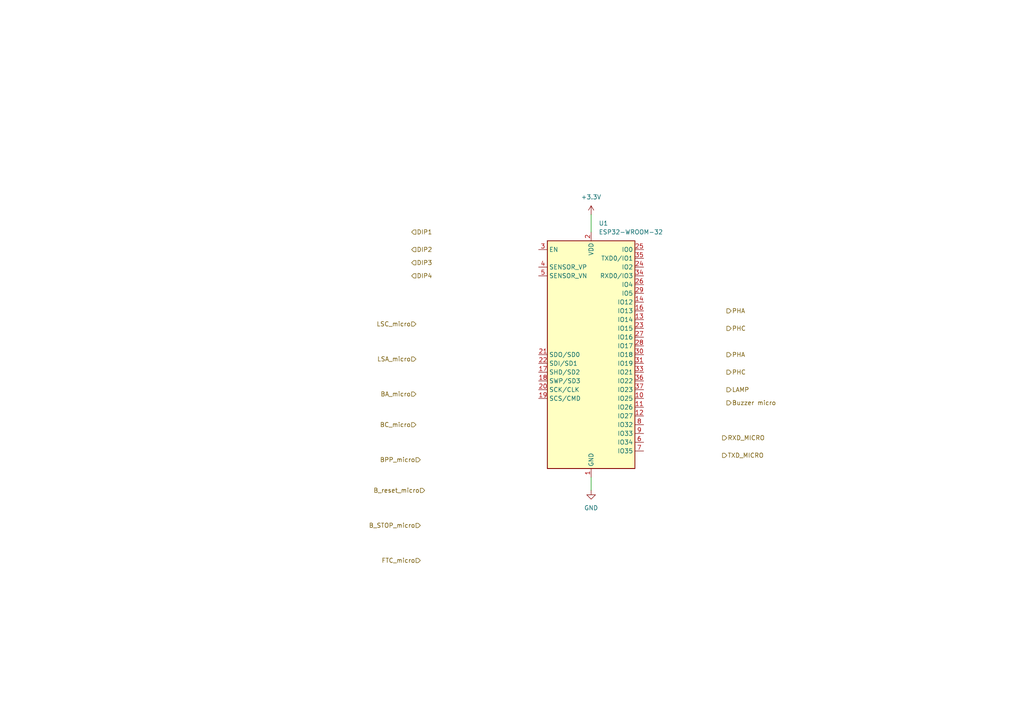
<source format=kicad_sch>
(kicad_sch
	(version 20250114)
	(generator "eeschema")
	(generator_version "9.0")
	(uuid "c391fa56-70bb-4506-b2e3-be7061d0d9fd")
	(paper "A4")
	(lib_symbols
		(symbol "RF_Module:ESP32-WROOM-32"
			(exclude_from_sim no)
			(in_bom yes)
			(on_board yes)
			(property "Reference" "U"
				(at -12.7 34.29 0)
				(effects
					(font
						(size 1.27 1.27)
					)
					(justify left)
				)
			)
			(property "Value" "ESP32-WROOM-32"
				(at 1.27 34.29 0)
				(effects
					(font
						(size 1.27 1.27)
					)
					(justify left)
				)
			)
			(property "Footprint" "RF_Module:ESP32-WROOM-32"
				(at 0 -38.1 0)
				(effects
					(font
						(size 1.27 1.27)
					)
					(hide yes)
				)
			)
			(property "Datasheet" "https://www.espressif.com/sites/default/files/documentation/esp32-wroom-32_datasheet_en.pdf"
				(at -7.62 1.27 0)
				(effects
					(font
						(size 1.27 1.27)
					)
					(hide yes)
				)
			)
			(property "Description" "RF Module, ESP32-D0WDQ6 SoC, Wi-Fi 802.11b/g/n, Bluetooth, BLE, 32-bit, 2.7-3.6V, onboard antenna, SMD"
				(at 0 0 0)
				(effects
					(font
						(size 1.27 1.27)
					)
					(hide yes)
				)
			)
			(property "ki_keywords" "RF Radio BT ESP ESP32 Espressif onboard PCB antenna"
				(at 0 0 0)
				(effects
					(font
						(size 1.27 1.27)
					)
					(hide yes)
				)
			)
			(property "ki_fp_filters" "ESP32?WROOM?32*"
				(at 0 0 0)
				(effects
					(font
						(size 1.27 1.27)
					)
					(hide yes)
				)
			)
			(symbol "ESP32-WROOM-32_0_1"
				(rectangle
					(start -12.7 33.02)
					(end 12.7 -33.02)
					(stroke
						(width 0.254)
						(type default)
					)
					(fill
						(type background)
					)
				)
			)
			(symbol "ESP32-WROOM-32_1_1"
				(pin input line
					(at -15.24 30.48 0)
					(length 2.54)
					(name "EN"
						(effects
							(font
								(size 1.27 1.27)
							)
						)
					)
					(number "3"
						(effects
							(font
								(size 1.27 1.27)
							)
						)
					)
				)
				(pin input line
					(at -15.24 25.4 0)
					(length 2.54)
					(name "SENSOR_VP"
						(effects
							(font
								(size 1.27 1.27)
							)
						)
					)
					(number "4"
						(effects
							(font
								(size 1.27 1.27)
							)
						)
					)
				)
				(pin input line
					(at -15.24 22.86 0)
					(length 2.54)
					(name "SENSOR_VN"
						(effects
							(font
								(size 1.27 1.27)
							)
						)
					)
					(number "5"
						(effects
							(font
								(size 1.27 1.27)
							)
						)
					)
				)
				(pin bidirectional line
					(at -15.24 0 0)
					(length 2.54)
					(name "SDO/SD0"
						(effects
							(font
								(size 1.27 1.27)
							)
						)
					)
					(number "21"
						(effects
							(font
								(size 1.27 1.27)
							)
						)
					)
				)
				(pin bidirectional line
					(at -15.24 -2.54 0)
					(length 2.54)
					(name "SDI/SD1"
						(effects
							(font
								(size 1.27 1.27)
							)
						)
					)
					(number "22"
						(effects
							(font
								(size 1.27 1.27)
							)
						)
					)
				)
				(pin bidirectional line
					(at -15.24 -5.08 0)
					(length 2.54)
					(name "SHD/SD2"
						(effects
							(font
								(size 1.27 1.27)
							)
						)
					)
					(number "17"
						(effects
							(font
								(size 1.27 1.27)
							)
						)
					)
				)
				(pin bidirectional line
					(at -15.24 -7.62 0)
					(length 2.54)
					(name "SWP/SD3"
						(effects
							(font
								(size 1.27 1.27)
							)
						)
					)
					(number "18"
						(effects
							(font
								(size 1.27 1.27)
							)
						)
					)
				)
				(pin bidirectional line
					(at -15.24 -10.16 0)
					(length 2.54)
					(name "SCK/CLK"
						(effects
							(font
								(size 1.27 1.27)
							)
						)
					)
					(number "20"
						(effects
							(font
								(size 1.27 1.27)
							)
						)
					)
				)
				(pin bidirectional line
					(at -15.24 -12.7 0)
					(length 2.54)
					(name "SCS/CMD"
						(effects
							(font
								(size 1.27 1.27)
							)
						)
					)
					(number "19"
						(effects
							(font
								(size 1.27 1.27)
							)
						)
					)
				)
				(pin no_connect line
					(at -12.7 -27.94 0)
					(length 2.54)
					(hide yes)
					(name "NC"
						(effects
							(font
								(size 1.27 1.27)
							)
						)
					)
					(number "32"
						(effects
							(font
								(size 1.27 1.27)
							)
						)
					)
				)
				(pin power_in line
					(at 0 35.56 270)
					(length 2.54)
					(name "VDD"
						(effects
							(font
								(size 1.27 1.27)
							)
						)
					)
					(number "2"
						(effects
							(font
								(size 1.27 1.27)
							)
						)
					)
				)
				(pin power_in line
					(at 0 -35.56 90)
					(length 2.54)
					(name "GND"
						(effects
							(font
								(size 1.27 1.27)
							)
						)
					)
					(number "1"
						(effects
							(font
								(size 1.27 1.27)
							)
						)
					)
				)
				(pin passive line
					(at 0 -35.56 90)
					(length 2.54)
					(hide yes)
					(name "GND"
						(effects
							(font
								(size 1.27 1.27)
							)
						)
					)
					(number "15"
						(effects
							(font
								(size 1.27 1.27)
							)
						)
					)
				)
				(pin passive line
					(at 0 -35.56 90)
					(length 2.54)
					(hide yes)
					(name "GND"
						(effects
							(font
								(size 1.27 1.27)
							)
						)
					)
					(number "38"
						(effects
							(font
								(size 1.27 1.27)
							)
						)
					)
				)
				(pin passive line
					(at 0 -35.56 90)
					(length 2.54)
					(hide yes)
					(name "GND"
						(effects
							(font
								(size 1.27 1.27)
							)
						)
					)
					(number "39"
						(effects
							(font
								(size 1.27 1.27)
							)
						)
					)
				)
				(pin bidirectional line
					(at 15.24 30.48 180)
					(length 2.54)
					(name "IO0"
						(effects
							(font
								(size 1.27 1.27)
							)
						)
					)
					(number "25"
						(effects
							(font
								(size 1.27 1.27)
							)
						)
					)
				)
				(pin bidirectional line
					(at 15.24 27.94 180)
					(length 2.54)
					(name "TXD0/IO1"
						(effects
							(font
								(size 1.27 1.27)
							)
						)
					)
					(number "35"
						(effects
							(font
								(size 1.27 1.27)
							)
						)
					)
				)
				(pin bidirectional line
					(at 15.24 25.4 180)
					(length 2.54)
					(name "IO2"
						(effects
							(font
								(size 1.27 1.27)
							)
						)
					)
					(number "24"
						(effects
							(font
								(size 1.27 1.27)
							)
						)
					)
				)
				(pin bidirectional line
					(at 15.24 22.86 180)
					(length 2.54)
					(name "RXD0/IO3"
						(effects
							(font
								(size 1.27 1.27)
							)
						)
					)
					(number "34"
						(effects
							(font
								(size 1.27 1.27)
							)
						)
					)
				)
				(pin bidirectional line
					(at 15.24 20.32 180)
					(length 2.54)
					(name "IO4"
						(effects
							(font
								(size 1.27 1.27)
							)
						)
					)
					(number "26"
						(effects
							(font
								(size 1.27 1.27)
							)
						)
					)
				)
				(pin bidirectional line
					(at 15.24 17.78 180)
					(length 2.54)
					(name "IO5"
						(effects
							(font
								(size 1.27 1.27)
							)
						)
					)
					(number "29"
						(effects
							(font
								(size 1.27 1.27)
							)
						)
					)
				)
				(pin bidirectional line
					(at 15.24 15.24 180)
					(length 2.54)
					(name "IO12"
						(effects
							(font
								(size 1.27 1.27)
							)
						)
					)
					(number "14"
						(effects
							(font
								(size 1.27 1.27)
							)
						)
					)
				)
				(pin bidirectional line
					(at 15.24 12.7 180)
					(length 2.54)
					(name "IO13"
						(effects
							(font
								(size 1.27 1.27)
							)
						)
					)
					(number "16"
						(effects
							(font
								(size 1.27 1.27)
							)
						)
					)
				)
				(pin bidirectional line
					(at 15.24 10.16 180)
					(length 2.54)
					(name "IO14"
						(effects
							(font
								(size 1.27 1.27)
							)
						)
					)
					(number "13"
						(effects
							(font
								(size 1.27 1.27)
							)
						)
					)
				)
				(pin bidirectional line
					(at 15.24 7.62 180)
					(length 2.54)
					(name "IO15"
						(effects
							(font
								(size 1.27 1.27)
							)
						)
					)
					(number "23"
						(effects
							(font
								(size 1.27 1.27)
							)
						)
					)
				)
				(pin bidirectional line
					(at 15.24 5.08 180)
					(length 2.54)
					(name "IO16"
						(effects
							(font
								(size 1.27 1.27)
							)
						)
					)
					(number "27"
						(effects
							(font
								(size 1.27 1.27)
							)
						)
					)
				)
				(pin bidirectional line
					(at 15.24 2.54 180)
					(length 2.54)
					(name "IO17"
						(effects
							(font
								(size 1.27 1.27)
							)
						)
					)
					(number "28"
						(effects
							(font
								(size 1.27 1.27)
							)
						)
					)
				)
				(pin bidirectional line
					(at 15.24 0 180)
					(length 2.54)
					(name "IO18"
						(effects
							(font
								(size 1.27 1.27)
							)
						)
					)
					(number "30"
						(effects
							(font
								(size 1.27 1.27)
							)
						)
					)
				)
				(pin bidirectional line
					(at 15.24 -2.54 180)
					(length 2.54)
					(name "IO19"
						(effects
							(font
								(size 1.27 1.27)
							)
						)
					)
					(number "31"
						(effects
							(font
								(size 1.27 1.27)
							)
						)
					)
				)
				(pin bidirectional line
					(at 15.24 -5.08 180)
					(length 2.54)
					(name "IO21"
						(effects
							(font
								(size 1.27 1.27)
							)
						)
					)
					(number "33"
						(effects
							(font
								(size 1.27 1.27)
							)
						)
					)
				)
				(pin bidirectional line
					(at 15.24 -7.62 180)
					(length 2.54)
					(name "IO22"
						(effects
							(font
								(size 1.27 1.27)
							)
						)
					)
					(number "36"
						(effects
							(font
								(size 1.27 1.27)
							)
						)
					)
				)
				(pin bidirectional line
					(at 15.24 -10.16 180)
					(length 2.54)
					(name "IO23"
						(effects
							(font
								(size 1.27 1.27)
							)
						)
					)
					(number "37"
						(effects
							(font
								(size 1.27 1.27)
							)
						)
					)
				)
				(pin bidirectional line
					(at 15.24 -12.7 180)
					(length 2.54)
					(name "IO25"
						(effects
							(font
								(size 1.27 1.27)
							)
						)
					)
					(number "10"
						(effects
							(font
								(size 1.27 1.27)
							)
						)
					)
				)
				(pin bidirectional line
					(at 15.24 -15.24 180)
					(length 2.54)
					(name "IO26"
						(effects
							(font
								(size 1.27 1.27)
							)
						)
					)
					(number "11"
						(effects
							(font
								(size 1.27 1.27)
							)
						)
					)
				)
				(pin bidirectional line
					(at 15.24 -17.78 180)
					(length 2.54)
					(name "IO27"
						(effects
							(font
								(size 1.27 1.27)
							)
						)
					)
					(number "12"
						(effects
							(font
								(size 1.27 1.27)
							)
						)
					)
				)
				(pin bidirectional line
					(at 15.24 -20.32 180)
					(length 2.54)
					(name "IO32"
						(effects
							(font
								(size 1.27 1.27)
							)
						)
					)
					(number "8"
						(effects
							(font
								(size 1.27 1.27)
							)
						)
					)
				)
				(pin bidirectional line
					(at 15.24 -22.86 180)
					(length 2.54)
					(name "IO33"
						(effects
							(font
								(size 1.27 1.27)
							)
						)
					)
					(number "9"
						(effects
							(font
								(size 1.27 1.27)
							)
						)
					)
				)
				(pin input line
					(at 15.24 -25.4 180)
					(length 2.54)
					(name "IO34"
						(effects
							(font
								(size 1.27 1.27)
							)
						)
					)
					(number "6"
						(effects
							(font
								(size 1.27 1.27)
							)
						)
					)
				)
				(pin input line
					(at 15.24 -27.94 180)
					(length 2.54)
					(name "IO35"
						(effects
							(font
								(size 1.27 1.27)
							)
						)
					)
					(number "7"
						(effects
							(font
								(size 1.27 1.27)
							)
						)
					)
				)
			)
			(embedded_fonts no)
		)
		(symbol "power:+3.3V"
			(power)
			(pin_numbers
				(hide yes)
			)
			(pin_names
				(offset 0)
				(hide yes)
			)
			(exclude_from_sim no)
			(in_bom yes)
			(on_board yes)
			(property "Reference" "#PWR"
				(at 0 -3.81 0)
				(effects
					(font
						(size 1.27 1.27)
					)
					(hide yes)
				)
			)
			(property "Value" "+3.3V"
				(at 0 3.556 0)
				(effects
					(font
						(size 1.27 1.27)
					)
				)
			)
			(property "Footprint" ""
				(at 0 0 0)
				(effects
					(font
						(size 1.27 1.27)
					)
					(hide yes)
				)
			)
			(property "Datasheet" ""
				(at 0 0 0)
				(effects
					(font
						(size 1.27 1.27)
					)
					(hide yes)
				)
			)
			(property "Description" "Power symbol creates a global label with name \"+3.3V\""
				(at 0 0 0)
				(effects
					(font
						(size 1.27 1.27)
					)
					(hide yes)
				)
			)
			(property "ki_keywords" "global power"
				(at 0 0 0)
				(effects
					(font
						(size 1.27 1.27)
					)
					(hide yes)
				)
			)
			(symbol "+3.3V_0_1"
				(polyline
					(pts
						(xy -0.762 1.27) (xy 0 2.54)
					)
					(stroke
						(width 0)
						(type default)
					)
					(fill
						(type none)
					)
				)
				(polyline
					(pts
						(xy 0 2.54) (xy 0.762 1.27)
					)
					(stroke
						(width 0)
						(type default)
					)
					(fill
						(type none)
					)
				)
				(polyline
					(pts
						(xy 0 0) (xy 0 2.54)
					)
					(stroke
						(width 0)
						(type default)
					)
					(fill
						(type none)
					)
				)
			)
			(symbol "+3.3V_1_1"
				(pin power_in line
					(at 0 0 90)
					(length 0)
					(name "~"
						(effects
							(font
								(size 1.27 1.27)
							)
						)
					)
					(number "1"
						(effects
							(font
								(size 1.27 1.27)
							)
						)
					)
				)
			)
			(embedded_fonts no)
		)
		(symbol "power:GND"
			(power)
			(pin_numbers
				(hide yes)
			)
			(pin_names
				(offset 0)
				(hide yes)
			)
			(exclude_from_sim no)
			(in_bom yes)
			(on_board yes)
			(property "Reference" "#PWR"
				(at 0 -6.35 0)
				(effects
					(font
						(size 1.27 1.27)
					)
					(hide yes)
				)
			)
			(property "Value" "GND"
				(at 0 -3.81 0)
				(effects
					(font
						(size 1.27 1.27)
					)
				)
			)
			(property "Footprint" ""
				(at 0 0 0)
				(effects
					(font
						(size 1.27 1.27)
					)
					(hide yes)
				)
			)
			(property "Datasheet" ""
				(at 0 0 0)
				(effects
					(font
						(size 1.27 1.27)
					)
					(hide yes)
				)
			)
			(property "Description" "Power symbol creates a global label with name \"GND\" , ground"
				(at 0 0 0)
				(effects
					(font
						(size 1.27 1.27)
					)
					(hide yes)
				)
			)
			(property "ki_keywords" "global power"
				(at 0 0 0)
				(effects
					(font
						(size 1.27 1.27)
					)
					(hide yes)
				)
			)
			(symbol "GND_0_1"
				(polyline
					(pts
						(xy 0 0) (xy 0 -1.27) (xy 1.27 -1.27) (xy 0 -2.54) (xy -1.27 -1.27) (xy 0 -1.27)
					)
					(stroke
						(width 0)
						(type default)
					)
					(fill
						(type none)
					)
				)
			)
			(symbol "GND_1_1"
				(pin power_in line
					(at 0 0 270)
					(length 0)
					(name "~"
						(effects
							(font
								(size 1.27 1.27)
							)
						)
					)
					(number "1"
						(effects
							(font
								(size 1.27 1.27)
							)
						)
					)
				)
			)
			(embedded_fonts no)
		)
	)
	(wire
		(pts
			(xy 171.45 62.23) (xy 171.45 67.31)
		)
		(stroke
			(width 0)
			(type default)
		)
		(uuid "08639b20-21a4-4aa9-b0bc-ad65be8f172e")
	)
	(wire
		(pts
			(xy 171.45 138.43) (xy 171.45 142.24)
		)
		(stroke
			(width 0)
			(type default)
		)
		(uuid "17b1f353-9bc1-4a9d-a95f-97db525a94e5")
	)
	(hierarchical_label "B­_STOP_micro"
		(shape input)
		(at 121.92 152.4 180)
		(effects
			(font
				(size 1.27 1.27)
			)
			(justify right)
		)
		(uuid "178b4dc0-e5b0-492e-afca-fe3a7bab8159")
	)
	(hierarchical_label "PHA"
		(shape output)
		(at 210.82 102.87 0)
		(effects
			(font
				(size 1.27 1.27)
			)
			(justify left)
		)
		(uuid "17c4fc09-2250-4868-a088-57857abe4ba1")
	)
	(hierarchical_label "DIP1"
		(shape input)
		(at 119.38 67.31 0)
		(effects
			(font
				(size 1.27 1.27)
			)
			(justify left)
		)
		(uuid "2416cdae-1899-4cda-873f-ffdac88ec75e")
	)
	(hierarchical_label "LSA_micro"
		(shape input)
		(at 120.65 104.14 180)
		(effects
			(font
				(size 1.27 1.27)
			)
			(justify right)
		)
		(uuid "4b04a197-3979-48cc-a40a-107f2b47713f")
	)
	(hierarchical_label "LAMP"
		(shape output)
		(at 210.82 113.03 0)
		(effects
			(font
				(size 1.27 1.27)
			)
			(justify left)
		)
		(uuid "5f0fc29d-49ae-4efe-a018-4d129e1125a7")
	)
	(hierarchical_label "DIP3"
		(shape input)
		(at 119.38 76.2 0)
		(effects
			(font
				(size 1.27 1.27)
			)
			(justify left)
		)
		(uuid "63190be9-01af-4a7b-9926-a110d1a8fb25")
	)
	(hierarchical_label "Buzzer micro"
		(shape output)
		(at 210.82 116.84 0)
		(effects
			(font
				(size 1.27 1.27)
			)
			(justify left)
		)
		(uuid "65d0ed5b-7530-4b02-8c22-1b233b96e04b")
	)
	(hierarchical_label "PHA"
		(shape output)
		(at 210.82 90.17 0)
		(effects
			(font
				(size 1.27 1.27)
			)
			(justify left)
		)
		(uuid "73c6a6f1-4666-4853-b8b4-0617f95a8622")
	)
	(hierarchical_label "PHC"
		(shape output)
		(at 210.82 95.25 0)
		(effects
			(font
				(size 1.27 1.27)
			)
			(justify left)
		)
		(uuid "7bc91604-3005-456e-85cd-de80ddb34b4f")
	)
	(hierarchical_label "BA_micro"
		(shape input)
		(at 120.65 114.3 180)
		(effects
			(font
				(size 1.27 1.27)
			)
			(justify right)
		)
		(uuid "7faab832-a538-4a35-bbc3-487809f2efd6")
	)
	(hierarchical_label "TXD_MICRO"
		(shape output)
		(at 209.55 132.08 0)
		(effects
			(font
				(size 1.27 1.27)
			)
			(justify left)
		)
		(uuid "8e3c4849-23bc-4e04-b781-34173d5ce7aa")
	)
	(hierarchical_label "LSC_micro"
		(shape input)
		(at 120.65 93.98 180)
		(effects
			(font
				(size 1.27 1.27)
			)
			(justify right)
		)
		(uuid "90642086-e839-4c21-87c2-c7372c23c966")
	)
	(hierarchical_label "BPP_micro"
		(shape input)
		(at 121.92 133.35 180)
		(effects
			(font
				(size 1.27 1.27)
			)
			(justify right)
		)
		(uuid "98df70d5-5275-413b-b3d3-ad8e4d0d1de1")
	)
	(hierarchical_label "PHC"
		(shape output)
		(at 210.82 107.95 0)
		(effects
			(font
				(size 1.27 1.27)
			)
			(justify left)
		)
		(uuid "9e7a5d1e-dd2d-4537-9d17-d67aed455458")
	)
	(hierarchical_label "DIP2"
		(shape input)
		(at 119.38 72.39 0)
		(effects
			(font
				(size 1.27 1.27)
			)
			(justify left)
		)
		(uuid "a4295a92-61ad-46f1-80da-cc7b68bad3d3")
	)
	(hierarchical_label "RXD_MICRO"
		(shape output)
		(at 209.55 127 0)
		(effects
			(font
				(size 1.27 1.27)
			)
			(justify left)
		)
		(uuid "ae5ed875-d324-4e07-9ff4-ad4c6439f0d8")
	)
	(hierarchical_label "BC_micro"
		(shape input)
		(at 120.65 123.19 180)
		(effects
			(font
				(size 1.27 1.27)
			)
			(justify right)
		)
		(uuid "c85310f1-2746-46e1-be29-ebb811a59a75")
	)
	(hierarchical_label "DIP4"
		(shape input)
		(at 119.38 80.01 0)
		(effects
			(font
				(size 1.27 1.27)
			)
			(justify left)
		)
		(uuid "dd1758c3-bd01-4e44-b409-0db0a71f7b2b")
	)
	(hierarchical_label "FTC_micro"
		(shape input)
		(at 121.92 162.56 180)
		(effects
			(font
				(size 1.27 1.27)
			)
			(justify right)
		)
		(uuid "edadb62d-dfc4-4537-8dfc-94c3afff72f1")
	)
	(hierarchical_label "B­_reset_micro"
		(shape input)
		(at 123.19 142.24 180)
		(effects
			(font
				(size 1.27 1.27)
			)
			(justify right)
		)
		(uuid "ee786a14-f0a1-40e8-8f81-b1b814176148")
	)
	(symbol
		(lib_id "power:+3.3V")
		(at 171.45 62.23 0)
		(unit 1)
		(exclude_from_sim no)
		(in_bom yes)
		(on_board yes)
		(dnp no)
		(fields_autoplaced yes)
		(uuid "433dc375-2b07-4ac0-943e-20b1d9e0984f")
		(property "Reference" "#PWR010"
			(at 171.45 66.04 0)
			(effects
				(font
					(size 1.27 1.27)
				)
				(hide yes)
			)
		)
		(property "Value" "+3.3V"
			(at 171.45 57.15 0)
			(effects
				(font
					(size 1.27 1.27)
				)
			)
		)
		(property "Footprint" ""
			(at 171.45 62.23 0)
			(effects
				(font
					(size 1.27 1.27)
				)
				(hide yes)
			)
		)
		(property "Datasheet" ""
			(at 171.45 62.23 0)
			(effects
				(font
					(size 1.27 1.27)
				)
				(hide yes)
			)
		)
		(property "Description" "Power symbol creates a global label with name \"+3.3V\""
			(at 171.45 62.23 0)
			(effects
				(font
					(size 1.27 1.27)
				)
				(hide yes)
			)
		)
		(pin "1"
			(uuid "d62f2636-6b95-42b5-8b87-a6063fe1e896")
		)
		(instances
			(project ""
				(path "/da1145e1-2c07-4dac-8610-a797132a4086/8b49da45-845a-4e7e-a7fe-429c55383e8c/a415f85b-1d72-4228-a43b-54bc1c97356d"
					(reference "#PWR010")
					(unit 1)
				)
			)
		)
	)
	(symbol
		(lib_id "RF_Module:ESP32-WROOM-32")
		(at 171.45 102.87 0)
		(unit 1)
		(exclude_from_sim no)
		(in_bom yes)
		(on_board yes)
		(dnp no)
		(fields_autoplaced yes)
		(uuid "80b31136-9f19-43dc-86cc-f2258e93a320")
		(property "Reference" "U1"
			(at 173.6441 64.77 0)
			(effects
				(font
					(size 1.27 1.27)
				)
				(justify left)
			)
		)
		(property "Value" "ESP32-WROOM-32"
			(at 173.6441 67.31 0)
			(effects
				(font
					(size 1.27 1.27)
				)
				(justify left)
			)
		)
		(property "Footprint" "RF_Module:ESP32-WROOM-32"
			(at 171.45 140.97 0)
			(effects
				(font
					(size 1.27 1.27)
				)
				(hide yes)
			)
		)
		(property "Datasheet" "https://www.espressif.com/sites/default/files/documentation/esp32-wroom-32_datasheet_en.pdf"
			(at 163.83 101.6 0)
			(effects
				(font
					(size 1.27 1.27)
				)
				(hide yes)
			)
		)
		(property "Description" "RF Module, ESP32-D0WDQ6 SoC, Wi-Fi 802.11b/g/n, Bluetooth, BLE, 32-bit, 2.7-3.6V, onboard antenna, SMD"
			(at 171.45 102.87 0)
			(effects
				(font
					(size 1.27 1.27)
				)
				(hide yes)
			)
		)
		(pin "38"
			(uuid "5d0ae04e-d2c3-4dab-b1ca-f319bc13aef0")
		)
		(pin "5"
			(uuid "25503cd3-d72c-438e-8d35-1061f8c974ec")
		)
		(pin "15"
			(uuid "ffa2a5a6-f8a0-4ed0-8e77-61be20e243ac")
		)
		(pin "22"
			(uuid "0fd1539d-23d5-4e55-b3bc-7397d44c20ac")
		)
		(pin "18"
			(uuid "59e3bba5-a67c-4fc9-b06e-2a4c70f3c56a")
		)
		(pin "28"
			(uuid "2e968181-73fe-4212-a8ce-539b8e97e3b1")
		)
		(pin "1"
			(uuid "e28472ce-51ae-48ab-be2d-f6b14509cff5")
		)
		(pin "25"
			(uuid "64c5e579-fced-49ec-84b5-ef1d2650cf7f")
		)
		(pin "26"
			(uuid "e83575eb-89fe-4029-8d41-d1fe41d013f7")
		)
		(pin "33"
			(uuid "d3a3b855-1102-4883-80c7-7a8ba871d776")
		)
		(pin "16"
			(uuid "14d973ed-5ee3-4cde-a04c-1c10c2c6e30a")
		)
		(pin "35"
			(uuid "2c6219a7-37c9-4972-bb3c-baecaf015663")
		)
		(pin "12"
			(uuid "3961ee97-6859-4281-a9a1-3a07e3c357cd")
		)
		(pin "17"
			(uuid "6f9cc2ca-1427-4e57-9e54-704e7618ad3c")
		)
		(pin "19"
			(uuid "5cc8c894-5d8a-420d-a2ac-ff8dd1db2f42")
		)
		(pin "20"
			(uuid "eb435d17-9d0b-4b7a-9c4c-c3e7cb6593ae")
		)
		(pin "34"
			(uuid "b1b3abc9-abef-4fa4-9bfd-22186fdd64d9")
		)
		(pin "3"
			(uuid "d316dadc-8d4c-4b64-98bc-9c8434953133")
		)
		(pin "24"
			(uuid "f3afff4f-7c48-406c-b6bc-d3dba8ee1b68")
		)
		(pin "37"
			(uuid "845a64c8-ae98-4ad7-a9ab-1ed4f7139609")
		)
		(pin "23"
			(uuid "39f0e242-82da-4a2c-9320-9bb086e2a83a")
		)
		(pin "11"
			(uuid "97de978d-4569-4120-8163-6f83ff3e70e4")
		)
		(pin "13"
			(uuid "50f82caf-4259-49d1-92df-5fac40d0c199")
		)
		(pin "2"
			(uuid "35cb2ec4-58e2-43ea-aea1-0ee907112e7d")
		)
		(pin "21"
			(uuid "464d13e1-9c10-4803-97a2-7ff30182ca83")
		)
		(pin "32"
			(uuid "e0b7a619-3f48-4b73-86b4-d517455c672d")
		)
		(pin "39"
			(uuid "51c110bc-21d8-4543-86a6-70083633a9a9")
		)
		(pin "8"
			(uuid "4ce4b40e-ab46-4b96-9f38-ae17341ecff3")
		)
		(pin "29"
			(uuid "3e60b10d-364b-41b9-9b0f-380e89f2c161")
		)
		(pin "10"
			(uuid "19917817-c27a-46dd-a6d5-73bbb6d81707")
		)
		(pin "36"
			(uuid "5a5ee570-1782-4348-a325-852e168b358c")
		)
		(pin "30"
			(uuid "cd4bcaa5-3427-4e1e-a933-e12ae1e81624")
		)
		(pin "31"
			(uuid "f6f46e2f-997a-4db2-a8a3-ea65bead4610")
		)
		(pin "14"
			(uuid "5bac14ca-52f2-4139-9d36-0594ff8a30cc")
		)
		(pin "27"
			(uuid "2bc4d367-4038-454e-ac52-a00036a770cb")
		)
		(pin "4"
			(uuid "bf8cac9c-cbf5-4575-a756-06d7fdb76c0f")
		)
		(pin "7"
			(uuid "4ca023d1-4d39-4617-9679-9cb0487edead")
		)
		(pin "9"
			(uuid "28ac00bd-f795-4a9e-8ea3-b494534c7719")
		)
		(pin "6"
			(uuid "608b8388-5193-426e-9a02-9bfb5cf9be35")
		)
		(instances
			(project ""
				(path "/da1145e1-2c07-4dac-8610-a797132a4086/8b49da45-845a-4e7e-a7fe-429c55383e8c/a415f85b-1d72-4228-a43b-54bc1c97356d"
					(reference "U1")
					(unit 1)
				)
			)
		)
	)
	(symbol
		(lib_id "power:GND")
		(at 171.45 142.24 0)
		(unit 1)
		(exclude_from_sim no)
		(in_bom yes)
		(on_board yes)
		(dnp no)
		(fields_autoplaced yes)
		(uuid "f0f88ae8-41bc-4bae-a68e-267f5487237a")
		(property "Reference" "#PWR09"
			(at 171.45 148.59 0)
			(effects
				(font
					(size 1.27 1.27)
				)
				(hide yes)
			)
		)
		(property "Value" "GND"
			(at 171.45 147.32 0)
			(effects
				(font
					(size 1.27 1.27)
				)
			)
		)
		(property "Footprint" ""
			(at 171.45 142.24 0)
			(effects
				(font
					(size 1.27 1.27)
				)
				(hide yes)
			)
		)
		(property "Datasheet" ""
			(at 171.45 142.24 0)
			(effects
				(font
					(size 1.27 1.27)
				)
				(hide yes)
			)
		)
		(property "Description" "Power symbol creates a global label with name \"GND\" , ground"
			(at 171.45 142.24 0)
			(effects
				(font
					(size 1.27 1.27)
				)
				(hide yes)
			)
		)
		(pin "1"
			(uuid "59c38c8a-efe9-4b32-aa57-84e4d9ff1e6f")
		)
		(instances
			(project ""
				(path "/da1145e1-2c07-4dac-8610-a797132a4086/8b49da45-845a-4e7e-a7fe-429c55383e8c/a415f85b-1d72-4228-a43b-54bc1c97356d"
					(reference "#PWR09")
					(unit 1)
				)
			)
		)
	)
)

</source>
